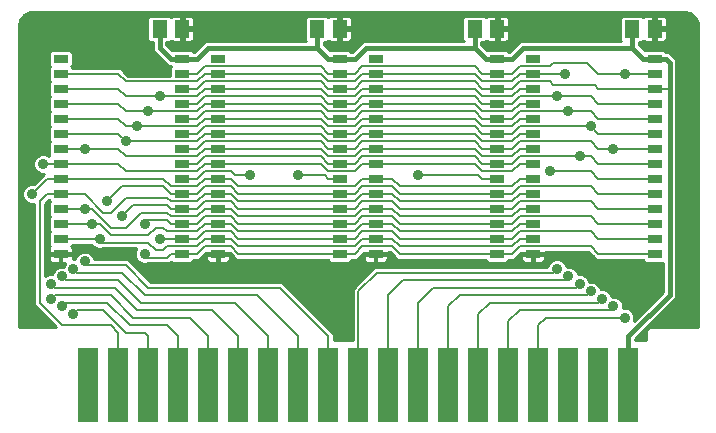
<source format=gtl>
G75*
%MOIN*%
%OFA0B0*%
%FSLAX25Y25*%
%IPPOS*%
%LPD*%
%AMOC8*
5,1,8,0,0,1.08239X$1,22.5*
%
%ADD10R,0.07000X0.25000*%
%ADD11R,0.05000X0.03000*%
%ADD12R,0.05118X0.05906*%
%ADD13C,0.01000*%
%ADD14C,0.03569*%
%ADD15C,0.00800*%
%ADD16C,0.01600*%
D10*
X0026500Y0013900D03*
X0036500Y0013900D03*
X0046500Y0013900D03*
X0056500Y0013900D03*
X0066500Y0013900D03*
X0076500Y0013900D03*
X0086500Y0013900D03*
X0096500Y0013900D03*
X0106500Y0013900D03*
X0116500Y0013900D03*
X0126500Y0013900D03*
X0136500Y0013900D03*
X0146500Y0013900D03*
X0156500Y0013900D03*
X0166500Y0013900D03*
X0176500Y0013900D03*
X0186500Y0013900D03*
X0196500Y0013900D03*
X0206500Y0013900D03*
D11*
X0215250Y0057650D03*
X0215250Y0062650D03*
X0215250Y0067650D03*
X0215250Y0072650D03*
X0215250Y0077650D03*
X0215250Y0082650D03*
X0215250Y0087650D03*
X0215250Y0092650D03*
X0215250Y0097650D03*
X0215250Y0102650D03*
X0215250Y0107650D03*
X0215250Y0112650D03*
X0215250Y0117650D03*
X0215250Y0122650D03*
X0174750Y0122650D03*
X0174750Y0117650D03*
X0174750Y0112650D03*
X0174750Y0107650D03*
X0174750Y0102650D03*
X0174750Y0097650D03*
X0174750Y0092650D03*
X0174750Y0087650D03*
X0174750Y0082650D03*
X0174750Y0077650D03*
X0174750Y0072650D03*
X0174750Y0067650D03*
X0174750Y0062650D03*
X0174750Y0057650D03*
X0162750Y0057650D03*
X0162750Y0062650D03*
X0162750Y0067650D03*
X0162750Y0072650D03*
X0162750Y0077650D03*
X0162750Y0082650D03*
X0162750Y0087650D03*
X0162750Y0092650D03*
X0162750Y0097650D03*
X0162750Y0102650D03*
X0162750Y0107650D03*
X0162750Y0112650D03*
X0162750Y0117650D03*
X0162750Y0122650D03*
X0122250Y0122650D03*
X0122250Y0117650D03*
X0122250Y0112650D03*
X0122250Y0107650D03*
X0122250Y0102650D03*
X0122250Y0097650D03*
X0122250Y0092650D03*
X0122250Y0087650D03*
X0122250Y0082650D03*
X0122250Y0077650D03*
X0122250Y0072650D03*
X0122250Y0067650D03*
X0122250Y0062650D03*
X0122250Y0057650D03*
X0110250Y0057650D03*
X0110250Y0062650D03*
X0110250Y0067650D03*
X0110250Y0072650D03*
X0110250Y0077650D03*
X0110250Y0082650D03*
X0110250Y0087650D03*
X0110250Y0092650D03*
X0110250Y0097650D03*
X0110250Y0102650D03*
X0110250Y0107650D03*
X0110250Y0112650D03*
X0110250Y0117650D03*
X0110250Y0122650D03*
X0069750Y0122650D03*
X0069750Y0117650D03*
X0069750Y0112650D03*
X0069750Y0107650D03*
X0069750Y0102650D03*
X0069750Y0097650D03*
X0069750Y0092650D03*
X0069750Y0087650D03*
X0069750Y0082650D03*
X0069750Y0077650D03*
X0069750Y0072650D03*
X0069750Y0067650D03*
X0069750Y0062650D03*
X0069750Y0057650D03*
X0057750Y0057650D03*
X0057750Y0062650D03*
X0057750Y0067650D03*
X0057750Y0072650D03*
X0057750Y0077650D03*
X0057750Y0082650D03*
X0057750Y0087650D03*
X0057750Y0092650D03*
X0057750Y0097650D03*
X0057750Y0102650D03*
X0057750Y0107650D03*
X0057750Y0112650D03*
X0057750Y0117650D03*
X0057750Y0122650D03*
X0017250Y0122650D03*
X0017250Y0117650D03*
X0017250Y0112650D03*
X0017250Y0107650D03*
X0017250Y0102650D03*
X0017250Y0097650D03*
X0017250Y0092650D03*
X0017250Y0087650D03*
X0017250Y0082650D03*
X0017250Y0077650D03*
X0017250Y0072650D03*
X0017250Y0067650D03*
X0017250Y0062650D03*
X0017250Y0057650D03*
D12*
X0050260Y0132650D03*
X0057740Y0132650D03*
X0102760Y0132650D03*
X0110240Y0132650D03*
X0155260Y0132650D03*
X0162740Y0132650D03*
X0207760Y0132650D03*
X0215240Y0132650D03*
D13*
X0215740Y0132723D02*
X0229750Y0132723D01*
X0229750Y0133721D02*
X0219299Y0133721D01*
X0219299Y0133150D02*
X0219299Y0135800D01*
X0219197Y0136182D01*
X0218999Y0136524D01*
X0218720Y0136803D01*
X0218378Y0137001D01*
X0217997Y0137103D01*
X0215740Y0137103D01*
X0215740Y0133150D01*
X0214740Y0133150D01*
X0214740Y0137103D01*
X0212484Y0137103D01*
X0212102Y0137001D01*
X0211760Y0136803D01*
X0211500Y0136543D01*
X0210940Y0137103D01*
X0204579Y0137103D01*
X0203701Y0136224D01*
X0203701Y0129076D01*
X0204077Y0128700D01*
X0170547Y0128700D01*
X0166797Y0124950D01*
X0166571Y0124950D01*
X0165871Y0125650D01*
X0159629Y0125650D01*
X0159441Y0125462D01*
X0157550Y0127353D01*
X0157550Y0128197D01*
X0158440Y0128197D01*
X0159000Y0128757D01*
X0159260Y0128497D01*
X0159602Y0128299D01*
X0159984Y0128197D01*
X0162240Y0128197D01*
X0162240Y0132150D01*
X0163240Y0132150D01*
X0163240Y0128197D01*
X0165497Y0128197D01*
X0165878Y0128299D01*
X0166220Y0128497D01*
X0166499Y0128776D01*
X0166697Y0129118D01*
X0166799Y0129500D01*
X0166799Y0132150D01*
X0163240Y0132150D01*
X0163240Y0133150D01*
X0162240Y0133150D01*
X0162240Y0137103D01*
X0159984Y0137103D01*
X0159602Y0137001D01*
X0159260Y0136803D01*
X0159000Y0136543D01*
X0158440Y0137103D01*
X0152079Y0137103D01*
X0151201Y0136224D01*
X0151201Y0129076D01*
X0151577Y0128700D01*
X0118047Y0128700D01*
X0116700Y0127353D01*
X0114297Y0124950D01*
X0114071Y0124950D01*
X0113371Y0125650D01*
X0107129Y0125650D01*
X0106941Y0125462D01*
X0105050Y0127353D01*
X0105050Y0128197D01*
X0105940Y0128197D01*
X0106500Y0128757D01*
X0106760Y0128497D01*
X0107102Y0128299D01*
X0107484Y0128197D01*
X0109740Y0128197D01*
X0109740Y0132150D01*
X0110740Y0132150D01*
X0110740Y0128197D01*
X0112997Y0128197D01*
X0113378Y0128299D01*
X0113720Y0128497D01*
X0113999Y0128776D01*
X0114197Y0129118D01*
X0114299Y0129500D01*
X0114299Y0132150D01*
X0110740Y0132150D01*
X0110740Y0133150D01*
X0109740Y0133150D01*
X0109740Y0137103D01*
X0107484Y0137103D01*
X0107102Y0137001D01*
X0106760Y0136803D01*
X0106500Y0136543D01*
X0105940Y0137103D01*
X0099579Y0137103D01*
X0098701Y0136224D01*
X0098701Y0129076D01*
X0099077Y0128700D01*
X0065547Y0128700D01*
X0064200Y0127353D01*
X0061797Y0124950D01*
X0061571Y0124950D01*
X0060871Y0125650D01*
X0054629Y0125650D01*
X0054441Y0125462D01*
X0052550Y0127353D01*
X0052550Y0128197D01*
X0053440Y0128197D01*
X0054000Y0128757D01*
X0054260Y0128497D01*
X0054602Y0128299D01*
X0054984Y0128197D01*
X0057240Y0128197D01*
X0057240Y0132150D01*
X0058240Y0132150D01*
X0058240Y0128197D01*
X0060497Y0128197D01*
X0060878Y0128299D01*
X0061220Y0128497D01*
X0061499Y0128776D01*
X0061697Y0129118D01*
X0061799Y0129500D01*
X0061799Y0132150D01*
X0058240Y0132150D01*
X0058240Y0133150D01*
X0057240Y0133150D01*
X0057240Y0137103D01*
X0054984Y0137103D01*
X0054602Y0137001D01*
X0054260Y0136803D01*
X0054000Y0136543D01*
X0053440Y0137103D01*
X0047079Y0137103D01*
X0046201Y0136224D01*
X0046201Y0129076D01*
X0047079Y0128197D01*
X0047950Y0128197D01*
X0047950Y0125447D01*
X0049297Y0124100D01*
X0053047Y0120350D01*
X0053929Y0120350D01*
X0054129Y0120150D01*
X0053750Y0119771D01*
X0053750Y0117050D01*
X0039787Y0117050D01*
X0038400Y0118437D01*
X0037287Y0119550D01*
X0021250Y0119550D01*
X0021250Y0119771D01*
X0020871Y0120150D01*
X0021250Y0120529D01*
X0021250Y0124771D01*
X0020371Y0125650D01*
X0014129Y0125650D01*
X0013250Y0124771D01*
X0013250Y0120529D01*
X0013629Y0120150D01*
X0013250Y0119771D01*
X0013250Y0115529D01*
X0013629Y0115150D01*
X0013250Y0114771D01*
X0013250Y0110529D01*
X0013629Y0110150D01*
X0013250Y0109771D01*
X0013250Y0105529D01*
X0013629Y0105150D01*
X0013250Y0104771D01*
X0013250Y0100529D01*
X0013629Y0100150D01*
X0013250Y0099771D01*
X0013250Y0095529D01*
X0013629Y0095150D01*
X0013250Y0094771D01*
X0013250Y0090529D01*
X0013333Y0090445D01*
X0012153Y0090934D01*
X0010847Y0090934D01*
X0009640Y0090434D01*
X0008716Y0089510D01*
X0008216Y0088303D01*
X0008216Y0086997D01*
X0008716Y0085790D01*
X0009640Y0084866D01*
X0010847Y0084366D01*
X0011779Y0084366D01*
X0010850Y0083437D01*
X0008347Y0080934D01*
X0007097Y0080934D01*
X0005890Y0080434D01*
X0004966Y0079510D01*
X0004466Y0078303D01*
X0004466Y0076997D01*
X0004966Y0075790D01*
X0005890Y0074866D01*
X0007097Y0074366D01*
X0008350Y0074366D01*
X0008350Y0040613D01*
X0009463Y0039500D01*
X0015813Y0033150D01*
X0003250Y0033150D01*
X0003250Y0132016D01*
X0003308Y0132087D01*
X0003250Y0132729D01*
X0003250Y0133375D01*
X0003247Y0133378D01*
X0003250Y0133819D01*
X0003849Y0135738D01*
X0005136Y0137283D01*
X0006916Y0138218D01*
X0007871Y0138400D01*
X0223366Y0138400D01*
X0223437Y0138342D01*
X0224079Y0138400D01*
X0224725Y0138400D01*
X0224728Y0138403D01*
X0225169Y0138400D01*
X0227088Y0137801D01*
X0228633Y0136514D01*
X0229568Y0134734D01*
X0229750Y0133779D01*
X0229750Y0033150D01*
X0213275Y0033150D01*
X0212250Y0032125D01*
X0212250Y0028900D01*
X0208800Y0028900D01*
X0208800Y0029197D01*
X0221203Y0041600D01*
X0222550Y0042947D01*
X0222550Y0122353D01*
X0221300Y0123603D01*
X0219953Y0124950D01*
X0219071Y0124950D01*
X0218371Y0125650D01*
X0212129Y0125650D01*
X0211941Y0125462D01*
X0210050Y0127353D01*
X0210050Y0128197D01*
X0210940Y0128197D01*
X0211500Y0128757D01*
X0211760Y0128497D01*
X0212102Y0128299D01*
X0212484Y0128197D01*
X0214740Y0128197D01*
X0214740Y0132150D01*
X0215740Y0132150D01*
X0215740Y0128197D01*
X0217997Y0128197D01*
X0218378Y0128299D01*
X0218720Y0128497D01*
X0218999Y0128776D01*
X0219197Y0129118D01*
X0219299Y0129500D01*
X0219299Y0132150D01*
X0215740Y0132150D01*
X0215740Y0133150D01*
X0219299Y0133150D01*
X0219299Y0131724D02*
X0229750Y0131724D01*
X0229750Y0130726D02*
X0219299Y0130726D01*
X0219299Y0129727D02*
X0229750Y0129727D01*
X0229750Y0128729D02*
X0218952Y0128729D01*
X0215740Y0128729D02*
X0214740Y0128729D01*
X0214740Y0129727D02*
X0215740Y0129727D01*
X0215740Y0130726D02*
X0214740Y0130726D01*
X0214740Y0131724D02*
X0215740Y0131724D01*
X0215740Y0133721D02*
X0214740Y0133721D01*
X0214740Y0134720D02*
X0215740Y0134720D01*
X0215740Y0135718D02*
X0214740Y0135718D01*
X0214740Y0136717D02*
X0215740Y0136717D01*
X0218806Y0136717D02*
X0228390Y0136717D01*
X0229051Y0135718D02*
X0219299Y0135718D01*
X0219299Y0134720D02*
X0229570Y0134720D01*
X0227192Y0137715D02*
X0005959Y0137715D01*
X0004664Y0136717D02*
X0046694Y0136717D01*
X0046201Y0135718D02*
X0003842Y0135718D01*
X0003531Y0134720D02*
X0046201Y0134720D01*
X0046201Y0133721D02*
X0003250Y0133721D01*
X0003251Y0132723D02*
X0046201Y0132723D01*
X0046201Y0131724D02*
X0003250Y0131724D01*
X0003250Y0130726D02*
X0046201Y0130726D01*
X0046201Y0129727D02*
X0003250Y0129727D01*
X0003250Y0128729D02*
X0046548Y0128729D01*
X0047950Y0127730D02*
X0003250Y0127730D01*
X0003250Y0126732D02*
X0047950Y0126732D01*
X0047950Y0125733D02*
X0003250Y0125733D01*
X0003250Y0124735D02*
X0013250Y0124735D01*
X0013250Y0123736D02*
X0003250Y0123736D01*
X0003250Y0122738D02*
X0013250Y0122738D01*
X0013250Y0121739D02*
X0003250Y0121739D01*
X0003250Y0120741D02*
X0013250Y0120741D01*
X0013250Y0119742D02*
X0003250Y0119742D01*
X0003250Y0118744D02*
X0013250Y0118744D01*
X0013250Y0117745D02*
X0003250Y0117745D01*
X0003250Y0116747D02*
X0013250Y0116747D01*
X0013250Y0115748D02*
X0003250Y0115748D01*
X0003250Y0114750D02*
X0013250Y0114750D01*
X0013250Y0113751D02*
X0003250Y0113751D01*
X0003250Y0112753D02*
X0013250Y0112753D01*
X0013250Y0111754D02*
X0003250Y0111754D01*
X0003250Y0110756D02*
X0013250Y0110756D01*
X0013250Y0109757D02*
X0003250Y0109757D01*
X0003250Y0108759D02*
X0013250Y0108759D01*
X0013250Y0107760D02*
X0003250Y0107760D01*
X0003250Y0106762D02*
X0013250Y0106762D01*
X0013250Y0105763D02*
X0003250Y0105763D01*
X0003250Y0104765D02*
X0013250Y0104765D01*
X0013250Y0103766D02*
X0003250Y0103766D01*
X0003250Y0102768D02*
X0013250Y0102768D01*
X0013250Y0101769D02*
X0003250Y0101769D01*
X0003250Y0100770D02*
X0013250Y0100770D01*
X0013251Y0099772D02*
X0003250Y0099772D01*
X0003250Y0098773D02*
X0013250Y0098773D01*
X0013250Y0097775D02*
X0003250Y0097775D01*
X0003250Y0096776D02*
X0013250Y0096776D01*
X0013250Y0095778D02*
X0003250Y0095778D01*
X0003250Y0094779D02*
X0013258Y0094779D01*
X0013250Y0093781D02*
X0003250Y0093781D01*
X0003250Y0092782D02*
X0013250Y0092782D01*
X0013250Y0091784D02*
X0003250Y0091784D01*
X0003250Y0090785D02*
X0010487Y0090785D01*
X0008992Y0089787D02*
X0003250Y0089787D01*
X0003250Y0088788D02*
X0008417Y0088788D01*
X0008216Y0087790D02*
X0003250Y0087790D01*
X0003250Y0086791D02*
X0008301Y0086791D01*
X0008714Y0085793D02*
X0003250Y0085793D01*
X0003250Y0084794D02*
X0009812Y0084794D01*
X0011209Y0083796D02*
X0003250Y0083796D01*
X0003250Y0082797D02*
X0010210Y0082797D01*
X0009212Y0081799D02*
X0003250Y0081799D01*
X0003250Y0080800D02*
X0006773Y0080800D01*
X0005257Y0079802D02*
X0003250Y0079802D01*
X0003250Y0078803D02*
X0004673Y0078803D01*
X0004466Y0077805D02*
X0003250Y0077805D01*
X0003250Y0076806D02*
X0004545Y0076806D01*
X0004958Y0075808D02*
X0003250Y0075808D01*
X0003250Y0074809D02*
X0006026Y0074809D01*
X0008350Y0073811D02*
X0003250Y0073811D01*
X0003250Y0072812D02*
X0008350Y0072812D01*
X0008350Y0071814D02*
X0003250Y0071814D01*
X0003250Y0070815D02*
X0008350Y0070815D01*
X0008350Y0069817D02*
X0003250Y0069817D01*
X0003250Y0068818D02*
X0008350Y0068818D01*
X0008350Y0067820D02*
X0003250Y0067820D01*
X0003250Y0066821D02*
X0008350Y0066821D01*
X0008350Y0065823D02*
X0003250Y0065823D01*
X0003250Y0064824D02*
X0008350Y0064824D01*
X0008350Y0063826D02*
X0003250Y0063826D01*
X0003250Y0062827D02*
X0008350Y0062827D01*
X0008350Y0061829D02*
X0003250Y0061829D01*
X0003250Y0060830D02*
X0008350Y0060830D01*
X0008350Y0059832D02*
X0003250Y0059832D01*
X0003250Y0058833D02*
X0008350Y0058833D01*
X0008350Y0057834D02*
X0003250Y0057834D01*
X0003250Y0056836D02*
X0008350Y0056836D01*
X0008350Y0055837D02*
X0003250Y0055837D01*
X0003250Y0054839D02*
X0008350Y0054839D01*
X0008350Y0053840D02*
X0003250Y0053840D01*
X0003250Y0052842D02*
X0008350Y0052842D01*
X0008350Y0051843D02*
X0003250Y0051843D01*
X0003250Y0050845D02*
X0008350Y0050845D01*
X0008350Y0049846D02*
X0003250Y0049846D01*
X0003250Y0048848D02*
X0008350Y0048848D01*
X0008350Y0047849D02*
X0003250Y0047849D01*
X0003250Y0046851D02*
X0008350Y0046851D01*
X0008350Y0045852D02*
X0003250Y0045852D01*
X0003250Y0044854D02*
X0008350Y0044854D01*
X0008350Y0043855D02*
X0003250Y0043855D01*
X0003250Y0042857D02*
X0008350Y0042857D01*
X0008350Y0041858D02*
X0003250Y0041858D01*
X0003250Y0040860D02*
X0008350Y0040860D01*
X0009102Y0039861D02*
X0003250Y0039861D01*
X0003250Y0038863D02*
X0010100Y0038863D01*
X0011099Y0037864D02*
X0003250Y0037864D01*
X0003250Y0036866D02*
X0012097Y0036866D01*
X0013096Y0035867D02*
X0003250Y0035867D01*
X0003250Y0034869D02*
X0014094Y0034869D01*
X0015093Y0033870D02*
X0003250Y0033870D01*
X0012150Y0050439D02*
X0012150Y0074363D01*
X0013283Y0075496D01*
X0013629Y0075150D01*
X0013250Y0074771D01*
X0013250Y0070529D01*
X0013629Y0070150D01*
X0013250Y0069771D01*
X0013250Y0065529D01*
X0013629Y0065150D01*
X0013250Y0064771D01*
X0013250Y0060529D01*
X0013629Y0060150D01*
X0013550Y0060071D01*
X0013352Y0059729D01*
X0013250Y0059347D01*
X0013250Y0057900D01*
X0017000Y0057900D01*
X0017000Y0057400D01*
X0017500Y0057400D01*
X0017500Y0057900D01*
X0021250Y0057900D01*
X0021250Y0059347D01*
X0021148Y0059729D01*
X0020950Y0060071D01*
X0020871Y0060150D01*
X0021250Y0060529D01*
X0021250Y0060750D01*
X0027505Y0060750D01*
X0028390Y0059866D01*
X0029597Y0059366D01*
X0030903Y0059366D01*
X0031227Y0059500D01*
X0042461Y0059500D01*
X0041966Y0058303D01*
X0041966Y0056997D01*
X0042466Y0055790D01*
X0043390Y0054866D01*
X0044597Y0054366D01*
X0045903Y0054366D01*
X0046227Y0054500D01*
X0053537Y0054500D01*
X0054158Y0055121D01*
X0054629Y0054650D01*
X0060871Y0054650D01*
X0061750Y0055529D01*
X0061750Y0055750D01*
X0063537Y0055750D01*
X0065750Y0057963D01*
X0065750Y0057900D01*
X0069500Y0057900D01*
X0069500Y0057400D01*
X0070000Y0057400D01*
X0070000Y0057900D01*
X0073563Y0057900D01*
X0074600Y0056863D01*
X0075713Y0055750D01*
X0106250Y0055750D01*
X0106250Y0055529D01*
X0107129Y0054650D01*
X0113371Y0054650D01*
X0114250Y0055529D01*
X0114250Y0055750D01*
X0116037Y0055750D01*
X0118250Y0057963D01*
X0118250Y0057900D01*
X0122000Y0057900D01*
X0122000Y0057400D01*
X0122500Y0057400D01*
X0122500Y0057900D01*
X0126250Y0057900D01*
X0126250Y0058250D01*
X0126963Y0058250D01*
X0128350Y0056863D01*
X0129463Y0055750D01*
X0158750Y0055750D01*
X0158750Y0055529D01*
X0159629Y0054650D01*
X0165871Y0054650D01*
X0166750Y0055529D01*
X0166750Y0055750D01*
X0168537Y0055750D01*
X0170750Y0057963D01*
X0170750Y0057900D01*
X0174500Y0057900D01*
X0174500Y0057400D01*
X0175000Y0057400D01*
X0175000Y0057900D01*
X0178750Y0057900D01*
X0178750Y0058250D01*
X0193213Y0058250D01*
X0194600Y0056863D01*
X0195713Y0055750D01*
X0211250Y0055750D01*
X0211250Y0055529D01*
X0212129Y0054650D01*
X0217950Y0054650D01*
X0217950Y0044853D01*
X0208315Y0035218D01*
X0208534Y0035747D01*
X0208534Y0037053D01*
X0208034Y0038260D01*
X0207110Y0039184D01*
X0205903Y0039684D01*
X0204784Y0039684D01*
X0204784Y0040803D01*
X0204284Y0042010D01*
X0203360Y0042934D01*
X0202153Y0043434D01*
X0200980Y0043434D01*
X0200534Y0044510D01*
X0199610Y0045434D01*
X0198403Y0045934D01*
X0197230Y0045934D01*
X0196784Y0047010D01*
X0195860Y0047934D01*
X0194653Y0048434D01*
X0193480Y0048434D01*
X0193034Y0049510D01*
X0192110Y0050434D01*
X0190903Y0050934D01*
X0189730Y0050934D01*
X0189284Y0052010D01*
X0188360Y0052934D01*
X0187153Y0053434D01*
X0185980Y0053434D01*
X0185534Y0054510D01*
X0184610Y0055434D01*
X0183403Y0055934D01*
X0182097Y0055934D01*
X0180890Y0055434D01*
X0179966Y0054510D01*
X0179466Y0053303D01*
X0179466Y0053300D01*
X0121963Y0053300D01*
X0120850Y0052187D01*
X0114600Y0045937D01*
X0114600Y0028900D01*
X0108400Y0028900D01*
X0108400Y0030937D01*
X0107287Y0032050D01*
X0091037Y0048300D01*
X0047287Y0048300D01*
X0039787Y0055800D01*
X0028534Y0055800D01*
X0028534Y0055803D01*
X0028034Y0057010D01*
X0027110Y0057934D01*
X0025903Y0058434D01*
X0024597Y0058434D01*
X0023390Y0057934D01*
X0022466Y0057010D01*
X0022020Y0055934D01*
X0021245Y0055934D01*
X0021250Y0055953D01*
X0021250Y0057400D01*
X0017500Y0057400D01*
X0017500Y0054650D01*
X0018855Y0054650D01*
X0018716Y0054510D01*
X0018270Y0053434D01*
X0017097Y0053434D01*
X0015890Y0052934D01*
X0014966Y0052010D01*
X0014520Y0050934D01*
X0013347Y0050934D01*
X0012150Y0050439D01*
X0012150Y0050845D02*
X0013131Y0050845D01*
X0012150Y0051843D02*
X0014897Y0051843D01*
X0015797Y0052842D02*
X0012150Y0052842D01*
X0012150Y0053840D02*
X0018438Y0053840D01*
X0017500Y0054839D02*
X0017000Y0054839D01*
X0017000Y0054650D02*
X0017000Y0057400D01*
X0013250Y0057400D01*
X0013250Y0055953D01*
X0013352Y0055571D01*
X0013550Y0055229D01*
X0013829Y0054950D01*
X0014171Y0054752D01*
X0014553Y0054650D01*
X0017000Y0054650D01*
X0017000Y0055837D02*
X0017500Y0055837D01*
X0017500Y0056836D02*
X0017000Y0056836D01*
X0017000Y0057834D02*
X0012150Y0057834D01*
X0012150Y0056836D02*
X0013250Y0056836D01*
X0013281Y0055837D02*
X0012150Y0055837D01*
X0012150Y0054839D02*
X0014021Y0054839D01*
X0017500Y0057834D02*
X0023290Y0057834D01*
X0022394Y0056836D02*
X0021250Y0056836D01*
X0021250Y0058833D02*
X0042185Y0058833D01*
X0041966Y0057834D02*
X0027210Y0057834D01*
X0028106Y0056836D02*
X0042032Y0056836D01*
X0042446Y0055837D02*
X0028520Y0055837D01*
X0028472Y0059832D02*
X0021089Y0059832D01*
X0013411Y0059832D02*
X0012150Y0059832D01*
X0012150Y0060830D02*
X0013250Y0060830D01*
X0013250Y0061829D02*
X0012150Y0061829D01*
X0012150Y0062827D02*
X0013250Y0062827D01*
X0013250Y0063826D02*
X0012150Y0063826D01*
X0012150Y0064824D02*
X0013303Y0064824D01*
X0013250Y0065823D02*
X0012150Y0065823D01*
X0012150Y0066821D02*
X0013250Y0066821D01*
X0013250Y0067820D02*
X0012150Y0067820D01*
X0012150Y0068818D02*
X0013250Y0068818D01*
X0013295Y0069817D02*
X0012150Y0069817D01*
X0012150Y0070815D02*
X0013250Y0070815D01*
X0013250Y0071814D02*
X0012150Y0071814D01*
X0012150Y0072812D02*
X0013250Y0072812D01*
X0013250Y0073811D02*
X0012150Y0073811D01*
X0012596Y0074809D02*
X0013288Y0074809D01*
X0013250Y0058833D02*
X0012150Y0058833D01*
X0040748Y0054839D02*
X0043454Y0054839D01*
X0041747Y0053840D02*
X0179688Y0053840D01*
X0180294Y0054839D02*
X0177979Y0054839D01*
X0177829Y0054752D02*
X0178171Y0054950D01*
X0178450Y0055229D01*
X0178648Y0055571D01*
X0178750Y0055953D01*
X0178750Y0057400D01*
X0175000Y0057400D01*
X0175000Y0054650D01*
X0177447Y0054650D01*
X0177829Y0054752D01*
X0178719Y0055837D02*
X0181863Y0055837D01*
X0183637Y0055837D02*
X0195626Y0055837D01*
X0194627Y0056836D02*
X0178750Y0056836D01*
X0175000Y0056836D02*
X0174500Y0056836D01*
X0174500Y0057400D02*
X0174500Y0054650D01*
X0172053Y0054650D01*
X0171671Y0054752D01*
X0171329Y0054950D01*
X0171050Y0055229D01*
X0170852Y0055571D01*
X0170750Y0055953D01*
X0170750Y0057400D01*
X0174500Y0057400D01*
X0174500Y0057834D02*
X0170621Y0057834D01*
X0170750Y0056836D02*
X0169623Y0056836D01*
X0168624Y0055837D02*
X0170781Y0055837D01*
X0171521Y0054839D02*
X0166060Y0054839D01*
X0159440Y0054839D02*
X0125479Y0054839D01*
X0125329Y0054752D02*
X0125671Y0054950D01*
X0125950Y0055229D01*
X0126148Y0055571D01*
X0126250Y0055953D01*
X0126250Y0057400D01*
X0122500Y0057400D01*
X0122500Y0054650D01*
X0124947Y0054650D01*
X0125329Y0054752D01*
X0126219Y0055837D02*
X0129376Y0055837D01*
X0128377Y0056836D02*
X0126250Y0056836D01*
X0127378Y0057834D02*
X0122500Y0057834D01*
X0122000Y0057834D02*
X0118121Y0057834D01*
X0118250Y0057400D02*
X0118250Y0055953D01*
X0118352Y0055571D01*
X0118550Y0055229D01*
X0118829Y0054950D01*
X0119171Y0054752D01*
X0119553Y0054650D01*
X0122000Y0054650D01*
X0122000Y0057400D01*
X0118250Y0057400D01*
X0118250Y0056836D02*
X0117123Y0056836D01*
X0116124Y0055837D02*
X0118281Y0055837D01*
X0119021Y0054839D02*
X0113560Y0054839D01*
X0106940Y0054839D02*
X0072979Y0054839D01*
X0072829Y0054752D02*
X0073171Y0054950D01*
X0073450Y0055229D01*
X0073648Y0055571D01*
X0073750Y0055953D01*
X0073750Y0057400D01*
X0070000Y0057400D01*
X0070000Y0054650D01*
X0072447Y0054650D01*
X0072829Y0054752D01*
X0073719Y0055837D02*
X0075626Y0055837D01*
X0074627Y0056836D02*
X0073750Y0056836D01*
X0073628Y0057834D02*
X0070000Y0057834D01*
X0069500Y0057834D02*
X0065621Y0057834D01*
X0065750Y0057400D02*
X0065750Y0055953D01*
X0065852Y0055571D01*
X0066050Y0055229D01*
X0066329Y0054950D01*
X0066671Y0054752D01*
X0067053Y0054650D01*
X0069500Y0054650D01*
X0069500Y0057400D01*
X0065750Y0057400D01*
X0065750Y0056836D02*
X0064623Y0056836D01*
X0063624Y0055837D02*
X0065781Y0055837D01*
X0066521Y0054839D02*
X0061060Y0054839D01*
X0054440Y0054839D02*
X0053876Y0054839D01*
X0046739Y0048848D02*
X0117511Y0048848D01*
X0118509Y0049846D02*
X0045741Y0049846D01*
X0044742Y0050845D02*
X0119508Y0050845D01*
X0120506Y0051843D02*
X0043744Y0051843D01*
X0042745Y0052842D02*
X0121505Y0052842D01*
X0122000Y0054839D02*
X0122500Y0054839D01*
X0122500Y0055837D02*
X0122000Y0055837D01*
X0122000Y0056836D02*
X0122500Y0056836D01*
X0116512Y0047849D02*
X0091488Y0047849D01*
X0092486Y0046851D02*
X0115514Y0046851D01*
X0114600Y0045852D02*
X0093485Y0045852D01*
X0094483Y0044854D02*
X0114600Y0044854D01*
X0114600Y0043855D02*
X0095482Y0043855D01*
X0096480Y0042857D02*
X0114600Y0042857D01*
X0114600Y0041858D02*
X0097479Y0041858D01*
X0098477Y0040860D02*
X0114600Y0040860D01*
X0114600Y0039861D02*
X0099476Y0039861D01*
X0100474Y0038863D02*
X0114600Y0038863D01*
X0114600Y0037864D02*
X0101473Y0037864D01*
X0102471Y0036866D02*
X0114600Y0036866D01*
X0114600Y0035867D02*
X0103470Y0035867D01*
X0104468Y0034869D02*
X0114600Y0034869D01*
X0114600Y0033870D02*
X0105467Y0033870D01*
X0106465Y0032872D02*
X0114600Y0032872D01*
X0114600Y0031873D02*
X0107464Y0031873D01*
X0108400Y0030875D02*
X0114600Y0030875D01*
X0114600Y0029876D02*
X0108400Y0029876D01*
X0070000Y0054839D02*
X0069500Y0054839D01*
X0069500Y0055837D02*
X0070000Y0055837D01*
X0070000Y0056836D02*
X0069500Y0056836D01*
X0013250Y0090785D02*
X0012513Y0090785D01*
X0039092Y0117745D02*
X0053750Y0117745D01*
X0053750Y0118744D02*
X0038093Y0118744D01*
X0038400Y0118437D02*
X0038400Y0118437D01*
X0048663Y0124735D02*
X0021250Y0124735D01*
X0021250Y0123736D02*
X0049661Y0123736D01*
X0050660Y0122738D02*
X0021250Y0122738D01*
X0021250Y0121739D02*
X0051658Y0121739D01*
X0052657Y0120741D02*
X0021250Y0120741D01*
X0021250Y0119742D02*
X0053750Y0119742D01*
X0054169Y0125733D02*
X0062581Y0125733D01*
X0063579Y0126732D02*
X0053171Y0126732D01*
X0052550Y0127730D02*
X0064578Y0127730D01*
X0061452Y0128729D02*
X0099048Y0128729D01*
X0098701Y0129727D02*
X0061799Y0129727D01*
X0061799Y0130726D02*
X0098701Y0130726D01*
X0098701Y0131724D02*
X0061799Y0131724D01*
X0061799Y0133150D02*
X0061799Y0135800D01*
X0061697Y0136182D01*
X0061499Y0136524D01*
X0061220Y0136803D01*
X0060878Y0137001D01*
X0060497Y0137103D01*
X0058240Y0137103D01*
X0058240Y0133150D01*
X0061799Y0133150D01*
X0061799Y0133721D02*
X0098701Y0133721D01*
X0098701Y0132723D02*
X0058240Y0132723D01*
X0058240Y0133721D02*
X0057240Y0133721D01*
X0057240Y0134720D02*
X0058240Y0134720D01*
X0058240Y0135718D02*
X0057240Y0135718D01*
X0057240Y0136717D02*
X0058240Y0136717D01*
X0054174Y0136717D02*
X0053826Y0136717D01*
X0061306Y0136717D02*
X0099194Y0136717D01*
X0098701Y0135718D02*
X0061799Y0135718D01*
X0061799Y0134720D02*
X0098701Y0134720D01*
X0106326Y0136717D02*
X0106674Y0136717D01*
X0109740Y0136717D02*
X0110740Y0136717D01*
X0110740Y0137103D02*
X0110740Y0133150D01*
X0114299Y0133150D01*
X0114299Y0135800D01*
X0114197Y0136182D01*
X0113999Y0136524D01*
X0113720Y0136803D01*
X0113378Y0137001D01*
X0112997Y0137103D01*
X0110740Y0137103D01*
X0110740Y0135718D02*
X0109740Y0135718D01*
X0109740Y0134720D02*
X0110740Y0134720D01*
X0110740Y0133721D02*
X0109740Y0133721D01*
X0110740Y0132723D02*
X0151201Y0132723D01*
X0151201Y0133721D02*
X0114299Y0133721D01*
X0114299Y0134720D02*
X0151201Y0134720D01*
X0151201Y0135718D02*
X0114299Y0135718D01*
X0113806Y0136717D02*
X0151694Y0136717D01*
X0158826Y0136717D02*
X0159174Y0136717D01*
X0162240Y0136717D02*
X0163240Y0136717D01*
X0163240Y0137103D02*
X0163240Y0133150D01*
X0166799Y0133150D01*
X0166799Y0135800D01*
X0166697Y0136182D01*
X0166499Y0136524D01*
X0166220Y0136803D01*
X0165878Y0137001D01*
X0165497Y0137103D01*
X0163240Y0137103D01*
X0163240Y0135718D02*
X0162240Y0135718D01*
X0162240Y0134720D02*
X0163240Y0134720D01*
X0163240Y0133721D02*
X0162240Y0133721D01*
X0163240Y0132723D02*
X0203701Y0132723D01*
X0203701Y0133721D02*
X0166799Y0133721D01*
X0166799Y0134720D02*
X0203701Y0134720D01*
X0203701Y0135718D02*
X0166799Y0135718D01*
X0166306Y0136717D02*
X0204194Y0136717D01*
X0211326Y0136717D02*
X0211674Y0136717D01*
X0203701Y0131724D02*
X0166799Y0131724D01*
X0166799Y0130726D02*
X0203701Y0130726D01*
X0203701Y0129727D02*
X0166799Y0129727D01*
X0166452Y0128729D02*
X0204048Y0128729D01*
X0210050Y0127730D02*
X0229750Y0127730D01*
X0229750Y0126732D02*
X0210671Y0126732D01*
X0211669Y0125733D02*
X0229750Y0125733D01*
X0229750Y0124735D02*
X0220168Y0124735D01*
X0221166Y0123736D02*
X0229750Y0123736D01*
X0229750Y0122738D02*
X0222165Y0122738D01*
X0222550Y0121739D02*
X0229750Y0121739D01*
X0229750Y0120741D02*
X0222550Y0120741D01*
X0222550Y0119742D02*
X0229750Y0119742D01*
X0229750Y0118744D02*
X0222550Y0118744D01*
X0222550Y0117745D02*
X0229750Y0117745D01*
X0229750Y0116747D02*
X0222550Y0116747D01*
X0222550Y0115748D02*
X0229750Y0115748D01*
X0229750Y0114750D02*
X0222550Y0114750D01*
X0222550Y0113751D02*
X0229750Y0113751D01*
X0229750Y0112753D02*
X0222550Y0112753D01*
X0222550Y0111754D02*
X0229750Y0111754D01*
X0229750Y0110756D02*
X0222550Y0110756D01*
X0222550Y0109757D02*
X0229750Y0109757D01*
X0229750Y0108759D02*
X0222550Y0108759D01*
X0222550Y0107760D02*
X0229750Y0107760D01*
X0229750Y0106762D02*
X0222550Y0106762D01*
X0222550Y0105763D02*
X0229750Y0105763D01*
X0229750Y0104765D02*
X0222550Y0104765D01*
X0222550Y0103766D02*
X0229750Y0103766D01*
X0229750Y0102768D02*
X0222550Y0102768D01*
X0222550Y0101769D02*
X0229750Y0101769D01*
X0229750Y0100770D02*
X0222550Y0100770D01*
X0222550Y0099772D02*
X0229750Y0099772D01*
X0229750Y0098773D02*
X0222550Y0098773D01*
X0222550Y0097775D02*
X0229750Y0097775D01*
X0229750Y0096776D02*
X0222550Y0096776D01*
X0222550Y0095778D02*
X0229750Y0095778D01*
X0229750Y0094779D02*
X0222550Y0094779D01*
X0222550Y0093781D02*
X0229750Y0093781D01*
X0229750Y0092782D02*
X0222550Y0092782D01*
X0222550Y0091784D02*
X0229750Y0091784D01*
X0229750Y0090785D02*
X0222550Y0090785D01*
X0222550Y0089787D02*
X0229750Y0089787D01*
X0229750Y0088788D02*
X0222550Y0088788D01*
X0222550Y0087790D02*
X0229750Y0087790D01*
X0229750Y0086791D02*
X0222550Y0086791D01*
X0222550Y0085793D02*
X0229750Y0085793D01*
X0229750Y0084794D02*
X0222550Y0084794D01*
X0222550Y0083796D02*
X0229750Y0083796D01*
X0229750Y0082797D02*
X0222550Y0082797D01*
X0222550Y0081799D02*
X0229750Y0081799D01*
X0229750Y0080800D02*
X0222550Y0080800D01*
X0222550Y0079802D02*
X0229750Y0079802D01*
X0229750Y0078803D02*
X0222550Y0078803D01*
X0222550Y0077805D02*
X0229750Y0077805D01*
X0229750Y0076806D02*
X0222550Y0076806D01*
X0222550Y0075808D02*
X0229750Y0075808D01*
X0229750Y0074809D02*
X0222550Y0074809D01*
X0222550Y0073811D02*
X0229750Y0073811D01*
X0229750Y0072812D02*
X0222550Y0072812D01*
X0222550Y0071814D02*
X0229750Y0071814D01*
X0229750Y0070815D02*
X0222550Y0070815D01*
X0222550Y0069817D02*
X0229750Y0069817D01*
X0229750Y0068818D02*
X0222550Y0068818D01*
X0222550Y0067820D02*
X0229750Y0067820D01*
X0229750Y0066821D02*
X0222550Y0066821D01*
X0222550Y0065823D02*
X0229750Y0065823D01*
X0229750Y0064824D02*
X0222550Y0064824D01*
X0222550Y0063826D02*
X0229750Y0063826D01*
X0229750Y0062827D02*
X0222550Y0062827D01*
X0222550Y0061829D02*
X0229750Y0061829D01*
X0229750Y0060830D02*
X0222550Y0060830D01*
X0222550Y0059832D02*
X0229750Y0059832D01*
X0229750Y0058833D02*
X0222550Y0058833D01*
X0222550Y0057834D02*
X0229750Y0057834D01*
X0229750Y0056836D02*
X0222550Y0056836D01*
X0222550Y0055837D02*
X0229750Y0055837D01*
X0229750Y0054839D02*
X0222550Y0054839D01*
X0222550Y0053840D02*
X0229750Y0053840D01*
X0229750Y0052842D02*
X0222550Y0052842D01*
X0222550Y0051843D02*
X0229750Y0051843D01*
X0229750Y0050845D02*
X0222550Y0050845D01*
X0222550Y0049846D02*
X0229750Y0049846D01*
X0229750Y0048848D02*
X0222550Y0048848D01*
X0222550Y0047849D02*
X0229750Y0047849D01*
X0229750Y0046851D02*
X0222550Y0046851D01*
X0222550Y0045852D02*
X0229750Y0045852D01*
X0229750Y0044854D02*
X0222550Y0044854D01*
X0222550Y0043855D02*
X0229750Y0043855D01*
X0229750Y0042857D02*
X0222460Y0042857D01*
X0221461Y0041858D02*
X0229750Y0041858D01*
X0229750Y0040860D02*
X0220462Y0040860D01*
X0219464Y0039861D02*
X0229750Y0039861D01*
X0229750Y0038863D02*
X0218465Y0038863D01*
X0217467Y0037864D02*
X0229750Y0037864D01*
X0229750Y0036866D02*
X0216468Y0036866D01*
X0215470Y0035867D02*
X0229750Y0035867D01*
X0229750Y0034869D02*
X0214471Y0034869D01*
X0213473Y0033870D02*
X0229750Y0033870D01*
X0214956Y0041858D02*
X0204347Y0041858D01*
X0204761Y0040860D02*
X0213957Y0040860D01*
X0212959Y0039861D02*
X0204784Y0039861D01*
X0207432Y0038863D02*
X0211960Y0038863D01*
X0210962Y0037864D02*
X0208198Y0037864D01*
X0208534Y0036866D02*
X0209963Y0036866D01*
X0208965Y0035867D02*
X0208534Y0035867D01*
X0212474Y0032872D02*
X0212997Y0032872D01*
X0212250Y0031873D02*
X0211476Y0031873D01*
X0212250Y0030875D02*
X0210477Y0030875D01*
X0209479Y0029876D02*
X0212250Y0029876D01*
X0215954Y0042857D02*
X0203438Y0042857D01*
X0200806Y0043855D02*
X0216953Y0043855D01*
X0217950Y0044854D02*
X0200191Y0044854D01*
X0198601Y0045852D02*
X0217950Y0045852D01*
X0217950Y0046851D02*
X0196850Y0046851D01*
X0195945Y0047849D02*
X0217950Y0047849D01*
X0217950Y0048848D02*
X0193309Y0048848D01*
X0192698Y0049846D02*
X0217950Y0049846D01*
X0217950Y0050845D02*
X0191119Y0050845D01*
X0189353Y0051843D02*
X0217950Y0051843D01*
X0217950Y0052842D02*
X0188453Y0052842D01*
X0185812Y0053840D02*
X0217950Y0053840D01*
X0211940Y0054839D02*
X0185206Y0054839D01*
X0193628Y0057834D02*
X0175000Y0057834D01*
X0175000Y0055837D02*
X0174500Y0055837D01*
X0174500Y0054839D02*
X0175000Y0054839D01*
X0167581Y0125733D02*
X0159169Y0125733D01*
X0158171Y0126732D02*
X0168579Y0126732D01*
X0169578Y0127730D02*
X0157550Y0127730D01*
X0158972Y0128729D02*
X0159028Y0128729D01*
X0162240Y0128729D02*
X0163240Y0128729D01*
X0163240Y0129727D02*
X0162240Y0129727D01*
X0162240Y0130726D02*
X0163240Y0130726D01*
X0163240Y0131724D02*
X0162240Y0131724D01*
X0151548Y0128729D02*
X0113952Y0128729D01*
X0114299Y0129727D02*
X0151201Y0129727D01*
X0151201Y0130726D02*
X0114299Y0130726D01*
X0114299Y0131724D02*
X0151201Y0131724D01*
X0117078Y0127730D02*
X0105050Y0127730D01*
X0105671Y0126732D02*
X0116079Y0126732D01*
X0115081Y0125733D02*
X0106669Y0125733D01*
X0106528Y0128729D02*
X0106472Y0128729D01*
X0109740Y0128729D02*
X0110740Y0128729D01*
X0110740Y0129727D02*
X0109740Y0129727D01*
X0109740Y0130726D02*
X0110740Y0130726D01*
X0110740Y0131724D02*
X0109740Y0131724D01*
X0058240Y0131724D02*
X0057240Y0131724D01*
X0057240Y0130726D02*
X0058240Y0130726D01*
X0058240Y0129727D02*
X0057240Y0129727D01*
X0057240Y0128729D02*
X0058240Y0128729D01*
X0054028Y0128729D02*
X0053972Y0128729D01*
X0211472Y0128729D02*
X0211528Y0128729D01*
D14*
X0199000Y0132650D03*
X0205250Y0117650D03*
X0225250Y0111400D03*
X0201500Y0092650D03*
X0194000Y0100150D03*
X0186500Y0105150D03*
X0182750Y0110150D03*
X0185250Y0117650D03*
X0171500Y0132650D03*
X0146500Y0132650D03*
X0119000Y0132650D03*
X0091500Y0132650D03*
X0066500Y0132650D03*
X0049000Y0120150D03*
X0050250Y0110150D03*
X0046500Y0105150D03*
X0042750Y0100150D03*
X0039000Y0095150D03*
X0025250Y0092650D03*
X0011500Y0087650D03*
X0006500Y0083900D03*
X0007750Y0077650D03*
X0025250Y0072650D03*
X0027750Y0067650D03*
X0030250Y0062650D03*
X0037750Y0070150D03*
X0045250Y0067650D03*
X0050250Y0062650D03*
X0045250Y0057650D03*
X0025250Y0055150D03*
X0021500Y0052650D03*
X0017750Y0050150D03*
X0014000Y0047650D03*
X0014000Y0042650D03*
X0017750Y0040150D03*
X0021500Y0037650D03*
X0006500Y0035150D03*
X0032750Y0075150D03*
X0080250Y0083900D03*
X0096500Y0083900D03*
X0136500Y0083900D03*
X0180250Y0085150D03*
X0190250Y0090150D03*
X0225250Y0091400D03*
X0225250Y0076400D03*
X0225250Y0063900D03*
X0214000Y0051400D03*
X0210250Y0046400D03*
X0201500Y0040150D03*
X0197750Y0042650D03*
X0194000Y0045150D03*
X0190250Y0047650D03*
X0186500Y0050150D03*
X0182750Y0052650D03*
X0205250Y0036400D03*
X0219000Y0035150D03*
X0226500Y0035150D03*
X0225250Y0050150D03*
X0111500Y0045150D03*
X0111500Y0032650D03*
X0009000Y0127650D03*
X0016500Y0132650D03*
X0041500Y0132650D03*
X0224000Y0131400D03*
D15*
X0215250Y0117650D02*
X0205250Y0117650D01*
X0196500Y0117650D01*
X0192750Y0121400D01*
X0181500Y0121400D01*
X0180250Y0120150D01*
X0170250Y0120150D01*
X0167750Y0117650D01*
X0162750Y0117650D01*
X0157750Y0117650D01*
X0155250Y0120150D01*
X0117750Y0120150D01*
X0115250Y0117650D01*
X0110250Y0117650D01*
X0106500Y0117650D01*
X0104000Y0120150D01*
X0065250Y0120150D01*
X0062750Y0117650D01*
X0057750Y0117650D01*
X0062750Y0115150D02*
X0039000Y0115150D01*
X0036500Y0117650D01*
X0017250Y0117650D01*
X0017250Y0112650D02*
X0036500Y0112650D01*
X0039000Y0110150D01*
X0050250Y0110150D01*
X0062750Y0110150D01*
X0065250Y0112650D01*
X0069750Y0112650D01*
X0104000Y0112650D01*
X0106500Y0110150D01*
X0115250Y0110150D01*
X0117750Y0112650D01*
X0122250Y0112650D01*
X0155250Y0112650D01*
X0157750Y0110150D01*
X0167750Y0110150D01*
X0170250Y0112650D01*
X0174750Y0112650D01*
X0170250Y0110150D02*
X0182750Y0110150D01*
X0194000Y0110150D01*
X0196500Y0107650D01*
X0215250Y0107650D01*
X0215250Y0102650D02*
X0196500Y0102650D01*
X0194000Y0105150D01*
X0186500Y0105150D01*
X0170250Y0105150D01*
X0167750Y0102650D01*
X0162750Y0102650D01*
X0157750Y0102650D01*
X0155250Y0105150D01*
X0117750Y0105150D01*
X0115250Y0102650D01*
X0110250Y0102650D01*
X0106500Y0102650D01*
X0104000Y0105150D01*
X0065250Y0105150D01*
X0062750Y0102650D01*
X0057750Y0102650D01*
X0062750Y0100150D02*
X0042750Y0100150D01*
X0039000Y0100150D01*
X0036500Y0102650D01*
X0017250Y0102650D01*
X0017250Y0107650D02*
X0036500Y0107650D01*
X0039000Y0105150D01*
X0046500Y0105150D01*
X0062750Y0105150D01*
X0065250Y0107650D01*
X0069750Y0107650D01*
X0104000Y0107650D01*
X0106500Y0105150D01*
X0115250Y0105150D01*
X0117750Y0107650D01*
X0122250Y0107650D01*
X0155250Y0107650D01*
X0157750Y0105150D01*
X0167750Y0105150D01*
X0170250Y0107650D01*
X0174750Y0107650D01*
X0170250Y0110150D02*
X0167750Y0107650D01*
X0162750Y0107650D01*
X0157750Y0107650D01*
X0155250Y0110150D01*
X0117750Y0110150D01*
X0115250Y0107650D01*
X0110250Y0107650D01*
X0106500Y0107650D01*
X0104000Y0110150D01*
X0065250Y0110150D01*
X0062750Y0107650D01*
X0057750Y0107650D01*
X0057750Y0112650D02*
X0062750Y0112650D01*
X0065250Y0115150D01*
X0104000Y0115150D01*
X0106500Y0112650D01*
X0110250Y0112650D01*
X0115250Y0112650D01*
X0117750Y0115150D01*
X0155250Y0115150D01*
X0157750Y0112650D01*
X0162750Y0112650D01*
X0167750Y0112650D01*
X0170250Y0115150D01*
X0180250Y0115150D01*
X0181500Y0113900D01*
X0195250Y0113900D01*
X0196500Y0112650D01*
X0215250Y0112650D01*
X0220250Y0112650D01*
X0215250Y0097650D02*
X0196500Y0097650D01*
X0194000Y0100150D01*
X0170250Y0100150D01*
X0167750Y0097650D01*
X0162750Y0097650D01*
X0157750Y0097650D01*
X0155250Y0100150D01*
X0117750Y0100150D01*
X0115250Y0097650D01*
X0110250Y0097650D01*
X0106500Y0097650D01*
X0104000Y0100150D01*
X0065250Y0100150D01*
X0062750Y0097650D01*
X0057750Y0097650D01*
X0062750Y0100150D02*
X0065250Y0102650D01*
X0069750Y0102650D01*
X0104000Y0102650D01*
X0106500Y0100150D01*
X0115250Y0100150D01*
X0117750Y0102650D01*
X0122250Y0102650D01*
X0155250Y0102650D01*
X0157750Y0100150D01*
X0167750Y0100150D01*
X0170250Y0102650D01*
X0174750Y0102650D01*
X0174750Y0097650D02*
X0170250Y0097650D01*
X0167750Y0095150D01*
X0157750Y0095150D01*
X0155250Y0097650D01*
X0122250Y0097650D01*
X0117750Y0097650D01*
X0115250Y0095150D01*
X0106500Y0095150D01*
X0104000Y0097650D01*
X0069750Y0097650D01*
X0065250Y0097650D01*
X0062750Y0095150D01*
X0039000Y0095150D01*
X0036500Y0097650D01*
X0017250Y0097650D01*
X0017250Y0092650D02*
X0025250Y0092650D01*
X0036500Y0092650D01*
X0039000Y0090150D01*
X0062750Y0090150D01*
X0065250Y0092650D01*
X0069750Y0092650D01*
X0104000Y0092650D01*
X0106500Y0090150D01*
X0115250Y0090150D01*
X0117750Y0092650D01*
X0122250Y0092650D01*
X0155250Y0092650D01*
X0157750Y0090150D01*
X0167750Y0090150D01*
X0170250Y0092650D01*
X0174750Y0092650D01*
X0170250Y0090150D02*
X0190250Y0090150D01*
X0194000Y0090150D01*
X0196500Y0087650D01*
X0215250Y0087650D01*
X0215250Y0082650D02*
X0196500Y0082650D01*
X0194000Y0085150D01*
X0180250Y0085150D01*
X0174750Y0082650D02*
X0170250Y0082650D01*
X0167750Y0080150D01*
X0130250Y0080150D01*
X0127750Y0082650D01*
X0122250Y0082650D01*
X0117750Y0082650D01*
X0115250Y0080150D01*
X0076500Y0080150D01*
X0074000Y0082650D01*
X0069750Y0082650D01*
X0065250Y0082650D01*
X0062750Y0080150D01*
X0054000Y0080150D01*
X0051500Y0082650D01*
X0017250Y0082650D01*
X0012750Y0082650D01*
X0007750Y0077650D01*
X0010250Y0075150D02*
X0012750Y0077650D01*
X0017250Y0077650D01*
X0025250Y0077650D01*
X0031500Y0071400D01*
X0034000Y0071400D01*
X0039000Y0076400D01*
X0052750Y0076400D01*
X0054000Y0075150D01*
X0062750Y0075150D01*
X0065250Y0077650D01*
X0069750Y0077650D01*
X0074000Y0077650D01*
X0076500Y0075150D01*
X0115250Y0075150D01*
X0117750Y0077650D01*
X0122250Y0077650D01*
X0127750Y0077650D01*
X0130250Y0075150D01*
X0167750Y0075150D01*
X0170250Y0077650D01*
X0174750Y0077650D01*
X0170250Y0080150D02*
X0194000Y0080150D01*
X0196500Y0077650D01*
X0215250Y0077650D01*
X0215250Y0072650D02*
X0196500Y0072650D01*
X0194000Y0075150D01*
X0170250Y0075150D01*
X0167750Y0072650D01*
X0162750Y0072650D01*
X0130250Y0072650D01*
X0127750Y0075150D01*
X0117750Y0075150D01*
X0115250Y0072650D01*
X0110250Y0072650D01*
X0076500Y0072650D01*
X0074000Y0075150D01*
X0065250Y0075150D01*
X0062750Y0072650D01*
X0057750Y0072650D01*
X0054000Y0072650D01*
X0052750Y0073900D01*
X0041500Y0073900D01*
X0037750Y0070150D01*
X0039000Y0066400D02*
X0044000Y0071400D01*
X0052750Y0071400D01*
X0054000Y0070150D01*
X0062750Y0070150D01*
X0065250Y0072650D01*
X0069750Y0072650D01*
X0074000Y0072650D01*
X0076500Y0070150D01*
X0115250Y0070150D01*
X0117750Y0072650D01*
X0122250Y0072650D01*
X0127750Y0072650D01*
X0130250Y0070150D01*
X0167750Y0070150D01*
X0170250Y0072650D01*
X0174750Y0072650D01*
X0170250Y0070150D02*
X0194000Y0070150D01*
X0196500Y0067650D01*
X0215250Y0067650D01*
X0215250Y0062650D02*
X0196500Y0062650D01*
X0194000Y0065150D01*
X0170250Y0065150D01*
X0167750Y0062650D01*
X0162750Y0062650D01*
X0130250Y0062650D01*
X0127750Y0065150D01*
X0117750Y0065150D01*
X0115250Y0062650D01*
X0110250Y0062650D01*
X0076500Y0062650D01*
X0074000Y0065150D01*
X0065250Y0065150D01*
X0062750Y0062650D01*
X0057750Y0062650D01*
X0050250Y0062650D01*
X0052750Y0065150D02*
X0062750Y0065150D01*
X0065250Y0067650D01*
X0069750Y0067650D01*
X0074000Y0067650D01*
X0076500Y0065150D01*
X0115250Y0065150D01*
X0117750Y0067650D01*
X0122250Y0067650D01*
X0127750Y0067650D01*
X0130250Y0065150D01*
X0167750Y0065150D01*
X0170250Y0067650D01*
X0174750Y0067650D01*
X0170250Y0070150D02*
X0167750Y0067650D01*
X0162750Y0067650D01*
X0130250Y0067650D01*
X0127750Y0070150D01*
X0117750Y0070150D01*
X0115250Y0067650D01*
X0110250Y0067650D01*
X0076500Y0067650D01*
X0074000Y0070150D01*
X0065250Y0070150D01*
X0062750Y0067650D01*
X0057750Y0067650D01*
X0054000Y0067650D01*
X0052750Y0068900D01*
X0046500Y0068900D01*
X0045250Y0067650D01*
X0046500Y0063900D02*
X0049000Y0066400D01*
X0051500Y0066400D01*
X0052750Y0065150D01*
X0052750Y0060150D02*
X0051500Y0058900D01*
X0049000Y0058900D01*
X0046500Y0061400D01*
X0031500Y0061400D01*
X0030250Y0062650D01*
X0017250Y0062650D01*
X0017250Y0067650D02*
X0027750Y0067650D01*
X0030250Y0067650D01*
X0034000Y0063900D01*
X0046500Y0063900D01*
X0052750Y0060150D02*
X0062750Y0060150D01*
X0065250Y0062650D01*
X0069750Y0062650D01*
X0074000Y0062650D01*
X0076500Y0060150D01*
X0115250Y0060150D01*
X0117750Y0062650D01*
X0122250Y0062650D01*
X0127750Y0062650D01*
X0130250Y0060150D01*
X0167750Y0060150D01*
X0170250Y0062650D01*
X0174750Y0062650D01*
X0170250Y0060150D02*
X0194000Y0060150D01*
X0196500Y0057650D01*
X0215250Y0057650D01*
X0194000Y0045150D02*
X0192750Y0043900D01*
X0150250Y0043900D01*
X0146500Y0040150D01*
X0146500Y0013900D01*
X0136500Y0013900D02*
X0136500Y0041400D01*
X0141500Y0046400D01*
X0189000Y0046400D01*
X0190250Y0047650D01*
X0186500Y0050150D02*
X0185250Y0048900D01*
X0131500Y0048900D01*
X0126500Y0043900D01*
X0126500Y0013900D01*
X0116500Y0013900D02*
X0116500Y0045150D01*
X0122750Y0051400D01*
X0181500Y0051400D01*
X0182750Y0052650D01*
X0170250Y0060150D02*
X0167750Y0057650D01*
X0162750Y0057650D01*
X0130250Y0057650D01*
X0127750Y0060150D01*
X0117750Y0060150D01*
X0115250Y0057650D01*
X0110250Y0057650D01*
X0076500Y0057650D01*
X0074000Y0060150D01*
X0065250Y0060150D01*
X0062750Y0057650D01*
X0057750Y0057650D01*
X0054000Y0057650D01*
X0052750Y0056400D01*
X0046500Y0056400D01*
X0045250Y0057650D01*
X0039000Y0053900D02*
X0046500Y0046400D01*
X0090250Y0046400D01*
X0106500Y0030150D01*
X0106500Y0013900D01*
X0096500Y0013900D02*
X0096500Y0030150D01*
X0082750Y0043900D01*
X0045250Y0043900D01*
X0037750Y0051400D01*
X0022750Y0051400D01*
X0021500Y0052650D01*
X0025250Y0055150D02*
X0026500Y0053900D01*
X0039000Y0053900D01*
X0036500Y0048900D02*
X0044000Y0041400D01*
X0075250Y0041400D01*
X0086500Y0030150D01*
X0086500Y0013900D01*
X0076500Y0013900D02*
X0076500Y0030150D01*
X0067750Y0038900D01*
X0042750Y0038900D01*
X0035250Y0046400D01*
X0015250Y0046400D01*
X0014000Y0047650D01*
X0017750Y0050150D02*
X0019000Y0048900D01*
X0036500Y0048900D01*
X0034000Y0043900D02*
X0041500Y0036400D01*
X0060250Y0036400D01*
X0066500Y0030150D01*
X0066500Y0013900D01*
X0056500Y0013900D02*
X0056500Y0030150D01*
X0052750Y0033900D01*
X0040250Y0033900D01*
X0032750Y0041400D01*
X0019000Y0041400D01*
X0017750Y0040150D01*
X0015250Y0043900D02*
X0034000Y0043900D01*
X0031500Y0038900D02*
X0039000Y0031400D01*
X0045250Y0031400D01*
X0046500Y0030150D01*
X0046500Y0013900D01*
X0036500Y0013900D02*
X0036500Y0031400D01*
X0034000Y0033900D01*
X0017750Y0033900D01*
X0010250Y0041400D01*
X0010250Y0075150D01*
X0017250Y0072650D02*
X0025250Y0072650D01*
X0027750Y0072650D01*
X0034000Y0066400D01*
X0039000Y0066400D01*
X0032750Y0075150D02*
X0037750Y0080150D01*
X0051500Y0080150D01*
X0054000Y0077650D01*
X0057750Y0077650D01*
X0062750Y0077650D01*
X0065250Y0080150D01*
X0074000Y0080150D01*
X0076500Y0077650D01*
X0110250Y0077650D01*
X0115250Y0077650D01*
X0117750Y0080150D01*
X0127750Y0080150D01*
X0130250Y0077650D01*
X0162750Y0077650D01*
X0167750Y0077650D01*
X0170250Y0080150D01*
X0167750Y0085150D02*
X0170250Y0087650D01*
X0174750Y0087650D01*
X0170250Y0090150D02*
X0167750Y0087650D01*
X0162750Y0087650D01*
X0157750Y0087650D01*
X0155250Y0090150D01*
X0117750Y0090150D01*
X0115250Y0087650D01*
X0110250Y0087650D01*
X0106500Y0087650D01*
X0104000Y0090150D01*
X0065250Y0090150D01*
X0062750Y0087650D01*
X0057750Y0087650D01*
X0062750Y0085150D02*
X0065250Y0087650D01*
X0069750Y0087650D01*
X0104000Y0087650D01*
X0106500Y0085150D01*
X0115250Y0085150D01*
X0117750Y0087650D01*
X0122250Y0087650D01*
X0155250Y0087650D01*
X0157750Y0085150D01*
X0167750Y0085150D01*
X0162750Y0082650D02*
X0157750Y0082650D01*
X0156500Y0083900D01*
X0136500Y0083900D01*
X0117750Y0095150D02*
X0155250Y0095150D01*
X0157750Y0092650D01*
X0162750Y0092650D01*
X0167750Y0092650D01*
X0170250Y0095150D01*
X0194000Y0095150D01*
X0196500Y0092650D01*
X0201500Y0092650D01*
X0215250Y0092650D01*
X0185250Y0117650D02*
X0174750Y0117650D01*
X0170250Y0117650D01*
X0167750Y0115150D01*
X0157750Y0115150D01*
X0155250Y0117650D01*
X0122250Y0117650D01*
X0117750Y0117650D01*
X0115250Y0115150D01*
X0106500Y0115150D01*
X0104000Y0117650D01*
X0069750Y0117650D01*
X0065250Y0117650D01*
X0062750Y0115150D01*
X0065250Y0095150D02*
X0104000Y0095150D01*
X0106500Y0092650D01*
X0110250Y0092650D01*
X0115250Y0092650D01*
X0117750Y0095150D01*
X0105250Y0083900D02*
X0106500Y0082650D01*
X0110250Y0082650D01*
X0105250Y0083900D02*
X0096500Y0083900D01*
X0080250Y0083900D02*
X0075250Y0083900D01*
X0074000Y0085150D01*
X0065250Y0085150D01*
X0062750Y0082650D01*
X0057750Y0082650D01*
X0062750Y0085150D02*
X0039000Y0085150D01*
X0036500Y0087650D01*
X0017250Y0087650D01*
X0011500Y0087650D01*
X0057750Y0092650D02*
X0062750Y0092650D01*
X0065250Y0095150D01*
X0015250Y0043900D02*
X0014000Y0042650D01*
X0021500Y0037650D02*
X0022750Y0038900D01*
X0031500Y0038900D01*
X0156500Y0037650D02*
X0156500Y0013900D01*
X0166500Y0013900D02*
X0166500Y0035150D01*
X0170250Y0038900D01*
X0200250Y0038900D01*
X0201500Y0040150D01*
X0197750Y0042650D02*
X0196500Y0041400D01*
X0160250Y0041400D01*
X0156500Y0037650D01*
X0176500Y0033900D02*
X0179000Y0036400D01*
X0205250Y0036400D01*
X0176500Y0033900D02*
X0176500Y0013900D01*
D16*
X0206500Y0013900D02*
X0206500Y0030150D01*
X0220250Y0043900D01*
X0220250Y0112650D01*
X0220250Y0121400D01*
X0219000Y0122650D01*
X0215250Y0122650D01*
X0211500Y0122650D01*
X0207750Y0126400D01*
X0207750Y0132640D01*
X0207760Y0132650D01*
X0207750Y0126400D02*
X0171500Y0126400D01*
X0167750Y0122650D01*
X0162750Y0122650D01*
X0159000Y0122650D01*
X0155250Y0126400D01*
X0155250Y0132640D01*
X0155260Y0132650D01*
X0155250Y0126400D02*
X0119000Y0126400D01*
X0115250Y0122650D01*
X0110250Y0122650D01*
X0106500Y0122650D01*
X0102750Y0126400D01*
X0102750Y0132640D01*
X0102760Y0132650D01*
X0102750Y0126400D02*
X0066500Y0126400D01*
X0062750Y0122650D01*
X0057750Y0122650D01*
X0054000Y0122650D01*
X0050250Y0126400D01*
X0050250Y0132640D01*
X0050260Y0132650D01*
M02*

</source>
